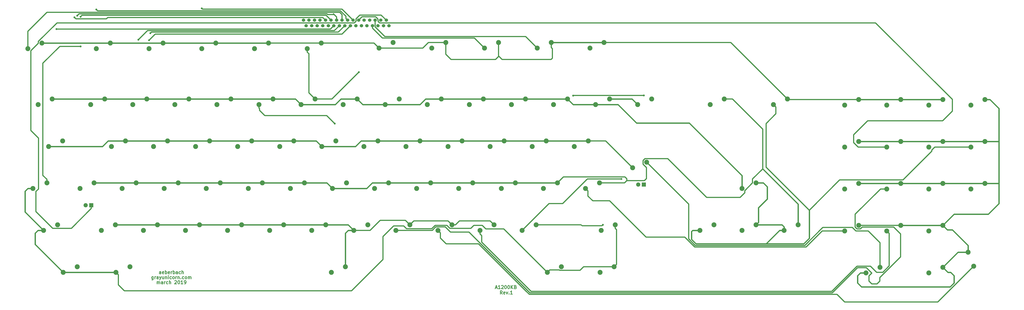
<source format=gbr>
G04 #@! TF.GenerationSoftware,KiCad,Pcbnew,(5.1.0-0)*
G04 #@! TF.CreationDate,2019-03-21T13:00:10+11:00*
G04 #@! TF.ProjectId,A1200KB,41313230-304b-4422-9e6b-696361645f70,rev?*
G04 #@! TF.SameCoordinates,Original*
G04 #@! TF.FileFunction,Copper,L1,Top*
G04 #@! TF.FilePolarity,Positive*
%FSLAX46Y46*%
G04 Gerber Fmt 4.6, Leading zero omitted, Abs format (unit mm)*
G04 Created by KiCad (PCBNEW (5.1.0-0)) date 2019-03-21 13:00:10*
%MOMM*%
%LPD*%
G04 APERTURE LIST*
%ADD10C,0.300000*%
%ADD11C,2.250000*%
%ADD12C,1.524000*%
%ADD13C,1.905000*%
%ADD14R,1.905000X1.905000*%
%ADD15C,0.900000*%
%ADD16C,0.600000*%
%ADD17C,0.500000*%
G04 APERTURE END LIST*
D10*
X241988571Y-146058571D02*
X241488571Y-145344285D01*
X241131428Y-146058571D02*
X241131428Y-144558571D01*
X241702857Y-144558571D01*
X241845714Y-144630000D01*
X241917142Y-144701428D01*
X241988571Y-144844285D01*
X241988571Y-145058571D01*
X241917142Y-145201428D01*
X241845714Y-145272857D01*
X241702857Y-145344285D01*
X241131428Y-145344285D01*
X243202857Y-145987142D02*
X243060000Y-146058571D01*
X242774285Y-146058571D01*
X242631428Y-145987142D01*
X242560000Y-145844285D01*
X242560000Y-145272857D01*
X242631428Y-145130000D01*
X242774285Y-145058571D01*
X243060000Y-145058571D01*
X243202857Y-145130000D01*
X243274285Y-145272857D01*
X243274285Y-145415714D01*
X242560000Y-145558571D01*
X243774285Y-145058571D02*
X244131428Y-146058571D01*
X244488571Y-145058571D01*
X245060000Y-145915714D02*
X245131428Y-145987142D01*
X245060000Y-146058571D01*
X244988571Y-145987142D01*
X245060000Y-145915714D01*
X245060000Y-146058571D01*
X246560000Y-146058571D02*
X245702857Y-146058571D01*
X246131428Y-146058571D02*
X246131428Y-144558571D01*
X245988571Y-144772857D01*
X245845714Y-144915714D01*
X245702857Y-144987142D01*
X238885714Y-143170000D02*
X239600000Y-143170000D01*
X238742857Y-143598571D02*
X239242857Y-142098571D01*
X239742857Y-143598571D01*
X241028571Y-143598571D02*
X240171428Y-143598571D01*
X240600000Y-143598571D02*
X240600000Y-142098571D01*
X240457142Y-142312857D01*
X240314285Y-142455714D01*
X240171428Y-142527142D01*
X241600000Y-142241428D02*
X241671428Y-142170000D01*
X241814285Y-142098571D01*
X242171428Y-142098571D01*
X242314285Y-142170000D01*
X242385714Y-142241428D01*
X242457142Y-142384285D01*
X242457142Y-142527142D01*
X242385714Y-142741428D01*
X241528571Y-143598571D01*
X242457142Y-143598571D01*
X243385714Y-142098571D02*
X243528571Y-142098571D01*
X243671428Y-142170000D01*
X243742857Y-142241428D01*
X243814285Y-142384285D01*
X243885714Y-142670000D01*
X243885714Y-143027142D01*
X243814285Y-143312857D01*
X243742857Y-143455714D01*
X243671428Y-143527142D01*
X243528571Y-143598571D01*
X243385714Y-143598571D01*
X243242857Y-143527142D01*
X243171428Y-143455714D01*
X243100000Y-143312857D01*
X243028571Y-143027142D01*
X243028571Y-142670000D01*
X243100000Y-142384285D01*
X243171428Y-142241428D01*
X243242857Y-142170000D01*
X243385714Y-142098571D01*
X244814285Y-142098571D02*
X244957142Y-142098571D01*
X245100000Y-142170000D01*
X245171428Y-142241428D01*
X245242857Y-142384285D01*
X245314285Y-142670000D01*
X245314285Y-143027142D01*
X245242857Y-143312857D01*
X245171428Y-143455714D01*
X245100000Y-143527142D01*
X244957142Y-143598571D01*
X244814285Y-143598571D01*
X244671428Y-143527142D01*
X244600000Y-143455714D01*
X244528571Y-143312857D01*
X244457142Y-143027142D01*
X244457142Y-142670000D01*
X244528571Y-142384285D01*
X244600000Y-142241428D01*
X244671428Y-142170000D01*
X244814285Y-142098571D01*
X245957142Y-143598571D02*
X245957142Y-142098571D01*
X246814285Y-143598571D02*
X246171428Y-142741428D01*
X246814285Y-142098571D02*
X245957142Y-142955714D01*
X247957142Y-142812857D02*
X248171428Y-142884285D01*
X248242857Y-142955714D01*
X248314285Y-143098571D01*
X248314285Y-143312857D01*
X248242857Y-143455714D01*
X248171428Y-143527142D01*
X248028571Y-143598571D01*
X247457142Y-143598571D01*
X247457142Y-142098571D01*
X247957142Y-142098571D01*
X248100000Y-142170000D01*
X248171428Y-142241428D01*
X248242857Y-142384285D01*
X248242857Y-142527142D01*
X248171428Y-142670000D01*
X248100000Y-142741428D01*
X247957142Y-142812857D01*
X247457142Y-142812857D01*
X85666285Y-141394571D02*
X85666285Y-140394571D01*
X85666285Y-140537428D02*
X85737714Y-140466000D01*
X85880571Y-140394571D01*
X86094857Y-140394571D01*
X86237714Y-140466000D01*
X86309142Y-140608857D01*
X86309142Y-141394571D01*
X86309142Y-140608857D02*
X86380571Y-140466000D01*
X86523428Y-140394571D01*
X86737714Y-140394571D01*
X86880571Y-140466000D01*
X86952000Y-140608857D01*
X86952000Y-141394571D01*
X88309142Y-141394571D02*
X88309142Y-140608857D01*
X88237714Y-140466000D01*
X88094857Y-140394571D01*
X87809142Y-140394571D01*
X87666285Y-140466000D01*
X88309142Y-141323142D02*
X88166285Y-141394571D01*
X87809142Y-141394571D01*
X87666285Y-141323142D01*
X87594857Y-141180285D01*
X87594857Y-141037428D01*
X87666285Y-140894571D01*
X87809142Y-140823142D01*
X88166285Y-140823142D01*
X88309142Y-140751714D01*
X89023428Y-141394571D02*
X89023428Y-140394571D01*
X89023428Y-140680285D02*
X89094857Y-140537428D01*
X89166285Y-140466000D01*
X89309142Y-140394571D01*
X89452000Y-140394571D01*
X90594857Y-141323142D02*
X90452000Y-141394571D01*
X90166285Y-141394571D01*
X90023428Y-141323142D01*
X89952000Y-141251714D01*
X89880571Y-141108857D01*
X89880571Y-140680285D01*
X89952000Y-140537428D01*
X90023428Y-140466000D01*
X90166285Y-140394571D01*
X90452000Y-140394571D01*
X90594857Y-140466000D01*
X91237714Y-141394571D02*
X91237714Y-139894571D01*
X91880571Y-141394571D02*
X91880571Y-140608857D01*
X91809142Y-140466000D01*
X91666285Y-140394571D01*
X91452000Y-140394571D01*
X91309142Y-140466000D01*
X91237714Y-140537428D01*
X93666285Y-140037428D02*
X93737714Y-139966000D01*
X93880571Y-139894571D01*
X94237714Y-139894571D01*
X94380571Y-139966000D01*
X94452000Y-140037428D01*
X94523428Y-140180285D01*
X94523428Y-140323142D01*
X94452000Y-140537428D01*
X93594857Y-141394571D01*
X94523428Y-141394571D01*
X95452000Y-139894571D02*
X95594857Y-139894571D01*
X95737714Y-139966000D01*
X95809142Y-140037428D01*
X95880571Y-140180285D01*
X95952000Y-140466000D01*
X95952000Y-140823142D01*
X95880571Y-141108857D01*
X95809142Y-141251714D01*
X95737714Y-141323142D01*
X95594857Y-141394571D01*
X95452000Y-141394571D01*
X95309142Y-141323142D01*
X95237714Y-141251714D01*
X95166285Y-141108857D01*
X95094857Y-140823142D01*
X95094857Y-140466000D01*
X95166285Y-140180285D01*
X95237714Y-140037428D01*
X95309142Y-139966000D01*
X95452000Y-139894571D01*
X97380571Y-141394571D02*
X96523428Y-141394571D01*
X96952000Y-141394571D02*
X96952000Y-139894571D01*
X96809142Y-140108857D01*
X96666285Y-140251714D01*
X96523428Y-140323142D01*
X98094857Y-141394571D02*
X98380571Y-141394571D01*
X98523428Y-141323142D01*
X98594857Y-141251714D01*
X98737714Y-141037428D01*
X98809142Y-140751714D01*
X98809142Y-140180285D01*
X98737714Y-140037428D01*
X98666285Y-139966000D01*
X98523428Y-139894571D01*
X98237714Y-139894571D01*
X98094857Y-139966000D01*
X98023428Y-140037428D01*
X97952000Y-140180285D01*
X97952000Y-140537428D01*
X98023428Y-140680285D01*
X98094857Y-140751714D01*
X98237714Y-140823142D01*
X98523428Y-140823142D01*
X98666285Y-140751714D01*
X98737714Y-140680285D01*
X98809142Y-140537428D01*
X83952000Y-138108571D02*
X83952000Y-139322857D01*
X83880571Y-139465714D01*
X83809142Y-139537142D01*
X83666285Y-139608571D01*
X83452000Y-139608571D01*
X83309142Y-139537142D01*
X83952000Y-139037142D02*
X83809142Y-139108571D01*
X83523428Y-139108571D01*
X83380571Y-139037142D01*
X83309142Y-138965714D01*
X83237714Y-138822857D01*
X83237714Y-138394285D01*
X83309142Y-138251428D01*
X83380571Y-138180000D01*
X83523428Y-138108571D01*
X83809142Y-138108571D01*
X83952000Y-138180000D01*
X84666285Y-139108571D02*
X84666285Y-138108571D01*
X84666285Y-138394285D02*
X84737714Y-138251428D01*
X84809142Y-138180000D01*
X84952000Y-138108571D01*
X85094857Y-138108571D01*
X86237714Y-139108571D02*
X86237714Y-138322857D01*
X86166285Y-138180000D01*
X86023428Y-138108571D01*
X85737714Y-138108571D01*
X85594857Y-138180000D01*
X86237714Y-139037142D02*
X86094857Y-139108571D01*
X85737714Y-139108571D01*
X85594857Y-139037142D01*
X85523428Y-138894285D01*
X85523428Y-138751428D01*
X85594857Y-138608571D01*
X85737714Y-138537142D01*
X86094857Y-138537142D01*
X86237714Y-138465714D01*
X86809142Y-138108571D02*
X87166285Y-139108571D01*
X87523428Y-138108571D02*
X87166285Y-139108571D01*
X87023428Y-139465714D01*
X86952000Y-139537142D01*
X86809142Y-139608571D01*
X88737714Y-138108571D02*
X88737714Y-139108571D01*
X88094857Y-138108571D02*
X88094857Y-138894285D01*
X88166285Y-139037142D01*
X88309142Y-139108571D01*
X88523428Y-139108571D01*
X88666285Y-139037142D01*
X88737714Y-138965714D01*
X89452000Y-138108571D02*
X89452000Y-139108571D01*
X89452000Y-138251428D02*
X89523428Y-138180000D01*
X89666285Y-138108571D01*
X89880571Y-138108571D01*
X90023428Y-138180000D01*
X90094857Y-138322857D01*
X90094857Y-139108571D01*
X90809142Y-139108571D02*
X90809142Y-138108571D01*
X90809142Y-137608571D02*
X90737714Y-137680000D01*
X90809142Y-137751428D01*
X90880571Y-137680000D01*
X90809142Y-137608571D01*
X90809142Y-137751428D01*
X92166285Y-139037142D02*
X92023428Y-139108571D01*
X91737714Y-139108571D01*
X91594857Y-139037142D01*
X91523428Y-138965714D01*
X91452000Y-138822857D01*
X91452000Y-138394285D01*
X91523428Y-138251428D01*
X91594857Y-138180000D01*
X91737714Y-138108571D01*
X92023428Y-138108571D01*
X92166285Y-138180000D01*
X93023428Y-139108571D02*
X92880571Y-139037142D01*
X92809142Y-138965714D01*
X92737714Y-138822857D01*
X92737714Y-138394285D01*
X92809142Y-138251428D01*
X92880571Y-138180000D01*
X93023428Y-138108571D01*
X93237714Y-138108571D01*
X93380571Y-138180000D01*
X93452000Y-138251428D01*
X93523428Y-138394285D01*
X93523428Y-138822857D01*
X93452000Y-138965714D01*
X93380571Y-139037142D01*
X93237714Y-139108571D01*
X93023428Y-139108571D01*
X94166285Y-139108571D02*
X94166285Y-138108571D01*
X94166285Y-138394285D02*
X94237714Y-138251428D01*
X94309142Y-138180000D01*
X94452000Y-138108571D01*
X94594857Y-138108571D01*
X95094857Y-138108571D02*
X95094857Y-139108571D01*
X95094857Y-138251428D02*
X95166285Y-138180000D01*
X95309142Y-138108571D01*
X95523428Y-138108571D01*
X95666285Y-138180000D01*
X95737714Y-138322857D01*
X95737714Y-139108571D01*
X96452000Y-138965714D02*
X96523428Y-139037142D01*
X96452000Y-139108571D01*
X96380571Y-139037142D01*
X96452000Y-138965714D01*
X96452000Y-139108571D01*
X97809142Y-139037142D02*
X97666285Y-139108571D01*
X97380571Y-139108571D01*
X97237714Y-139037142D01*
X97166285Y-138965714D01*
X97094857Y-138822857D01*
X97094857Y-138394285D01*
X97166285Y-138251428D01*
X97237714Y-138180000D01*
X97380571Y-138108571D01*
X97666285Y-138108571D01*
X97809142Y-138180000D01*
X98666285Y-139108571D02*
X98523428Y-139037142D01*
X98452000Y-138965714D01*
X98380571Y-138822857D01*
X98380571Y-138394285D01*
X98452000Y-138251428D01*
X98523428Y-138180000D01*
X98666285Y-138108571D01*
X98880571Y-138108571D01*
X99023428Y-138180000D01*
X99094857Y-138251428D01*
X99166285Y-138394285D01*
X99166285Y-138822857D01*
X99094857Y-138965714D01*
X99023428Y-139037142D01*
X98880571Y-139108571D01*
X98666285Y-139108571D01*
X99809142Y-139108571D02*
X99809142Y-138108571D01*
X99809142Y-138251428D02*
X99880571Y-138180000D01*
X100023428Y-138108571D01*
X100237714Y-138108571D01*
X100380571Y-138180000D01*
X100452000Y-138322857D01*
X100452000Y-139108571D01*
X100452000Y-138322857D02*
X100523428Y-138180000D01*
X100666285Y-138108571D01*
X100880571Y-138108571D01*
X101023428Y-138180000D01*
X101094857Y-138322857D01*
X101094857Y-139108571D01*
X87416285Y-136822571D02*
X87416285Y-136036857D01*
X87344857Y-135894000D01*
X87202000Y-135822571D01*
X86916285Y-135822571D01*
X86773428Y-135894000D01*
X87416285Y-136751142D02*
X87273428Y-136822571D01*
X86916285Y-136822571D01*
X86773428Y-136751142D01*
X86702000Y-136608285D01*
X86702000Y-136465428D01*
X86773428Y-136322571D01*
X86916285Y-136251142D01*
X87273428Y-136251142D01*
X87416285Y-136179714D01*
X88702000Y-136751142D02*
X88559142Y-136822571D01*
X88273428Y-136822571D01*
X88130571Y-136751142D01*
X88059142Y-136608285D01*
X88059142Y-136036857D01*
X88130571Y-135894000D01*
X88273428Y-135822571D01*
X88559142Y-135822571D01*
X88702000Y-135894000D01*
X88773428Y-136036857D01*
X88773428Y-136179714D01*
X88059142Y-136322571D01*
X89416285Y-136822571D02*
X89416285Y-135322571D01*
X89416285Y-135894000D02*
X89559142Y-135822571D01*
X89844857Y-135822571D01*
X89987714Y-135894000D01*
X90059142Y-135965428D01*
X90130571Y-136108285D01*
X90130571Y-136536857D01*
X90059142Y-136679714D01*
X89987714Y-136751142D01*
X89844857Y-136822571D01*
X89559142Y-136822571D01*
X89416285Y-136751142D01*
X91344857Y-136751142D02*
X91202000Y-136822571D01*
X90916285Y-136822571D01*
X90773428Y-136751142D01*
X90702000Y-136608285D01*
X90702000Y-136036857D01*
X90773428Y-135894000D01*
X90916285Y-135822571D01*
X91202000Y-135822571D01*
X91344857Y-135894000D01*
X91416285Y-136036857D01*
X91416285Y-136179714D01*
X90702000Y-136322571D01*
X92059142Y-136822571D02*
X92059142Y-135822571D01*
X92059142Y-136108285D02*
X92130571Y-135965428D01*
X92202000Y-135894000D01*
X92344857Y-135822571D01*
X92487714Y-135822571D01*
X92987714Y-136822571D02*
X92987714Y-135322571D01*
X92987714Y-135894000D02*
X93130571Y-135822571D01*
X93416285Y-135822571D01*
X93559142Y-135894000D01*
X93630571Y-135965428D01*
X93702000Y-136108285D01*
X93702000Y-136536857D01*
X93630571Y-136679714D01*
X93559142Y-136751142D01*
X93416285Y-136822571D01*
X93130571Y-136822571D01*
X92987714Y-136751142D01*
X94987714Y-136822571D02*
X94987714Y-136036857D01*
X94916285Y-135894000D01*
X94773428Y-135822571D01*
X94487714Y-135822571D01*
X94344857Y-135894000D01*
X94987714Y-136751142D02*
X94844857Y-136822571D01*
X94487714Y-136822571D01*
X94344857Y-136751142D01*
X94273428Y-136608285D01*
X94273428Y-136465428D01*
X94344857Y-136322571D01*
X94487714Y-136251142D01*
X94844857Y-136251142D01*
X94987714Y-136179714D01*
X96344857Y-136751142D02*
X96202000Y-136822571D01*
X95916285Y-136822571D01*
X95773428Y-136751142D01*
X95702000Y-136679714D01*
X95630571Y-136536857D01*
X95630571Y-136108285D01*
X95702000Y-135965428D01*
X95773428Y-135894000D01*
X95916285Y-135822571D01*
X96202000Y-135822571D01*
X96344857Y-135894000D01*
X96987714Y-136822571D02*
X96987714Y-135322571D01*
X97630571Y-136822571D02*
X97630571Y-136036857D01*
X97559142Y-135894000D01*
X97416285Y-135822571D01*
X97202000Y-135822571D01*
X97059142Y-135894000D01*
X96987714Y-135965428D01*
D11*
X364758000Y-59944000D03*
X371108000Y-57404000D03*
X403366000Y-76722000D03*
X397016000Y-79262000D03*
X268746000Y-133618000D03*
X262396000Y-136158000D03*
X422416000Y-114822000D03*
X416066000Y-117362000D03*
X150890000Y-59958000D03*
X157240000Y-57418000D03*
D12*
X151952000Y-21624000D03*
X153202000Y-24124000D03*
X154452000Y-21624000D03*
X155702000Y-24124000D03*
X156952000Y-21624000D03*
X158202000Y-24124000D03*
X159452000Y-21624000D03*
X160702000Y-24124000D03*
X161952000Y-21624000D03*
X163202000Y-24124000D03*
X164452000Y-21624000D03*
X165702000Y-24124000D03*
X166952000Y-21624000D03*
X168202000Y-24124000D03*
X169452000Y-21624000D03*
X170702000Y-24124000D03*
X171952000Y-21624000D03*
X173202000Y-24124000D03*
X174452000Y-21624000D03*
X175702000Y-24124000D03*
X176952000Y-21624000D03*
X178202000Y-24124000D03*
X179452000Y-21624000D03*
X180702000Y-24124000D03*
X181952000Y-21624000D03*
X183202000Y-24124000D03*
X184452000Y-21624000D03*
X185702000Y-24124000D03*
X186952000Y-21624000D03*
X188202000Y-24124000D03*
X189452000Y-21624000D03*
X190702000Y-24124000D03*
D11*
X27192000Y-34558000D03*
X33542000Y-32018000D03*
X58180000Y-34558000D03*
X64530000Y-32018000D03*
X82056000Y-34530000D03*
X88406000Y-31990000D03*
X112282000Y-32018000D03*
X105932000Y-34558000D03*
X129808000Y-34530000D03*
X136158000Y-31990000D03*
X160034000Y-31990000D03*
X153684000Y-34530000D03*
X186196000Y-34304000D03*
X192546000Y-31764000D03*
X216422000Y-31764000D03*
X210072000Y-34304000D03*
X233948000Y-34304000D03*
X240298000Y-31764000D03*
X264174000Y-31764000D03*
X257824000Y-34304000D03*
X281700000Y-34304000D03*
X288050000Y-31764000D03*
X38212000Y-57418000D03*
X31862000Y-59958000D03*
X55640000Y-59958000D03*
X61990000Y-57418000D03*
X81040000Y-57418000D03*
X74690000Y-59958000D03*
X93740000Y-59958000D03*
X100090000Y-57418000D03*
X112790000Y-59958000D03*
X119140000Y-57418000D03*
X138190000Y-57418000D03*
X131840000Y-59958000D03*
X176290000Y-57418000D03*
X169940000Y-59958000D03*
X188990000Y-59958000D03*
X195340000Y-57418000D03*
X214390000Y-57418000D03*
X208040000Y-59958000D03*
X227090000Y-59958000D03*
X233440000Y-57418000D03*
X252490000Y-57418000D03*
X246140000Y-59958000D03*
X265190000Y-59958000D03*
X271540000Y-57418000D03*
X290590000Y-57418000D03*
X284240000Y-59958000D03*
X303290000Y-59958000D03*
X309640000Y-57418000D03*
X336162000Y-59944000D03*
X342512000Y-57404000D03*
X397016000Y-60212000D03*
X403366000Y-57672000D03*
X422416000Y-57672000D03*
X416066000Y-60212000D03*
X435116000Y-60212000D03*
X441466000Y-57672000D03*
X460516000Y-57672000D03*
X454166000Y-60212000D03*
X36590000Y-79008000D03*
X42940000Y-76468000D03*
X71388000Y-76468000D03*
X65038000Y-79008000D03*
X84088000Y-79008000D03*
X90438000Y-76468000D03*
X109488000Y-76468000D03*
X103138000Y-79008000D03*
X128538000Y-76468000D03*
X122188000Y-79008000D03*
X141238000Y-79008000D03*
X147588000Y-76468000D03*
X166638000Y-76468000D03*
X160288000Y-79008000D03*
X179338000Y-79008000D03*
X185688000Y-76468000D03*
X204738000Y-76468000D03*
X198388000Y-79008000D03*
X217438000Y-79008000D03*
X223788000Y-76468000D03*
X242838000Y-76468000D03*
X236488000Y-79008000D03*
X255538000Y-79008000D03*
X261888000Y-76468000D03*
X280938000Y-76468000D03*
X274588000Y-79008000D03*
X307354000Y-86120000D03*
X301004000Y-88660000D03*
D13*
X303544000Y-96280000D03*
D14*
X306084000Y-96280000D03*
D11*
X422416000Y-76722000D03*
X416066000Y-79262000D03*
X441466000Y-76722000D03*
X435116000Y-79262000D03*
X460516000Y-76722000D03*
X454166000Y-79262000D03*
X35828000Y-95518000D03*
X29478000Y-98058000D03*
X57164000Y-95518000D03*
X50814000Y-98058000D03*
D13*
X53354000Y-105678000D03*
D14*
X55894000Y-105678000D03*
D11*
X76214000Y-95518000D03*
X69864000Y-98058000D03*
X88914000Y-98058000D03*
X95264000Y-95518000D03*
X107964000Y-98058000D03*
X114314000Y-95518000D03*
X133364000Y-95518000D03*
X127014000Y-98058000D03*
X146064000Y-98058000D03*
X152414000Y-95518000D03*
X171464000Y-95518000D03*
X165114000Y-98058000D03*
X184164000Y-98058000D03*
X190514000Y-95518000D03*
X209564000Y-95518000D03*
X203214000Y-98058000D03*
X222264000Y-98058000D03*
X228614000Y-95518000D03*
X247918000Y-95518000D03*
X241568000Y-98058000D03*
X260618000Y-98058000D03*
X266968000Y-95518000D03*
X279668000Y-98058000D03*
X286018000Y-95518000D03*
X350534000Y-98058000D03*
X356884000Y-95518000D03*
X397016000Y-98312000D03*
X403366000Y-95772000D03*
X416066000Y-98312000D03*
X422416000Y-95772000D03*
X435116000Y-98312000D03*
X441466000Y-95772000D03*
X460516000Y-95772000D03*
X454166000Y-98312000D03*
X34304000Y-117108000D03*
X40654000Y-114568000D03*
X66816000Y-114568000D03*
X60466000Y-117108000D03*
X79516000Y-117108000D03*
X85866000Y-114568000D03*
X98566000Y-117108000D03*
X104916000Y-114568000D03*
X123966000Y-114568000D03*
X117616000Y-117108000D03*
X136666000Y-117108000D03*
X143016000Y-114568000D03*
X162066000Y-114568000D03*
X155716000Y-117108000D03*
X174766000Y-117108000D03*
X181116000Y-114568000D03*
X200166000Y-114568000D03*
X193816000Y-117108000D03*
X238266000Y-114568000D03*
X231916000Y-117108000D03*
X212866000Y-117108000D03*
X219216000Y-114568000D03*
X250966000Y-117108000D03*
X257316000Y-114568000D03*
X286780000Y-117108000D03*
X293130000Y-114568000D03*
X337834000Y-114568000D03*
X331484000Y-117108000D03*
X356884000Y-114568000D03*
X350534000Y-117108000D03*
X369584000Y-117108000D03*
X375934000Y-114568000D03*
X403366000Y-114822000D03*
X397016000Y-117362000D03*
X441466000Y-114822000D03*
X435116000Y-117362000D03*
X452896000Y-127014000D03*
X455436000Y-133364000D03*
X49544000Y-133618000D03*
X43194000Y-136158000D03*
X67070000Y-136158000D03*
X73420000Y-133618000D03*
X164606000Y-136158000D03*
X170956000Y-133618000D03*
X286272000Y-136158000D03*
X292622000Y-133618000D03*
X406668000Y-136412000D03*
X413018000Y-133872000D03*
X435116000Y-136412000D03*
X441466000Y-133872000D03*
D15*
X58166000Y-16764000D03*
X82042000Y-30734000D03*
X105918000Y-16256000D03*
X166116000Y-68580000D03*
X177038000Y-45212000D03*
X295910000Y-93726000D03*
X274066000Y-55880000D03*
X306107001Y-55842999D03*
X82677000Y-27559000D03*
X51054000Y-33528000D03*
X51054000Y-20066000D03*
X287528000Y-114554000D03*
X40132000Y-25654000D03*
X49530000Y-19558000D03*
X77216000Y-30480000D03*
X48260000Y-20320000D03*
D16*
X403366000Y-57672000D02*
X422416000Y-57672000D01*
X441466000Y-57672000D02*
X422416000Y-57672000D01*
X33542000Y-32018000D02*
X64530000Y-32018000D01*
X88378000Y-32018000D02*
X88406000Y-31990000D01*
X64530000Y-32018000D02*
X88378000Y-32018000D01*
X112254000Y-31990000D02*
X112282000Y-32018000D01*
X88406000Y-31990000D02*
X112254000Y-31990000D01*
X136130000Y-32018000D02*
X136158000Y-31990000D01*
X112282000Y-32018000D02*
X136130000Y-32018000D01*
X286459010Y-31764000D02*
X264174000Y-31764000D01*
X288050000Y-31764000D02*
X286459010Y-31764000D01*
D17*
X136158000Y-31990000D02*
X160034000Y-31990000D01*
X183882000Y-31990000D02*
X186196000Y-34304000D01*
X160034000Y-31990000D02*
X183882000Y-31990000D01*
X186196000Y-34304000D02*
X205980000Y-34304000D01*
X208520000Y-31764000D02*
X216422000Y-31764000D01*
X205980000Y-34304000D02*
X208520000Y-31764000D01*
X264086099Y-39443901D02*
X241881901Y-39443901D01*
X240298000Y-37860000D02*
X240298000Y-31764000D01*
X264668000Y-34544000D02*
X264668000Y-38862000D01*
X264668000Y-38862000D02*
X264086099Y-39443901D01*
X241881901Y-39443901D02*
X240298000Y-37860000D01*
X264174000Y-34050000D02*
X264668000Y-34544000D01*
X264174000Y-31764000D02*
X264174000Y-34050000D01*
X240298000Y-37860000D02*
X240298000Y-38086000D01*
X240298000Y-38086000D02*
X238940099Y-39443901D01*
X238940099Y-39443901D02*
X218767901Y-39443901D01*
X216422000Y-37098000D02*
X216422000Y-31764000D01*
X218767901Y-39443901D02*
X216422000Y-37098000D01*
X371376000Y-57672000D02*
X371108000Y-57404000D01*
X403366000Y-57672000D02*
X371376000Y-57672000D01*
X345468000Y-31764000D02*
X371108000Y-57404000D01*
X288050000Y-31764000D02*
X345468000Y-31764000D01*
X169452000Y-20546370D02*
X169452000Y-21624000D01*
X169452000Y-19084000D02*
X169452000Y-20546370D01*
X27192000Y-34558000D02*
X27192000Y-26656000D01*
X168402000Y-18034000D02*
X169452000Y-19084000D01*
X35814000Y-18034000D02*
X168402000Y-18034000D01*
X27192000Y-26656000D02*
X35814000Y-18034000D01*
X171190001Y-19832039D02*
X168691953Y-17333990D01*
X171190001Y-20862001D02*
X171190001Y-19832039D01*
X171952000Y-21624000D02*
X171190001Y-20862001D01*
X168691953Y-17333990D02*
X58735990Y-17333990D01*
X58735990Y-17333990D02*
X58166000Y-16764000D01*
X58166000Y-16764000D02*
X58166000Y-16764000D01*
X173202000Y-24124000D02*
X169386000Y-27940000D01*
X169386000Y-27940000D02*
X102870000Y-27940000D01*
X102870000Y-27940000D02*
X84836000Y-27940000D01*
X84836000Y-27940000D02*
X82042000Y-30734000D01*
X82042000Y-30734000D02*
X82042000Y-30734000D01*
X168981908Y-16633982D02*
X168981906Y-16633980D01*
X169461982Y-16633982D02*
X168981908Y-16633982D01*
X174452000Y-21624000D02*
X169461982Y-16633982D01*
X168981906Y-16633980D02*
X106295980Y-16633980D01*
X106295980Y-16633980D02*
X105918000Y-16256000D01*
X105918000Y-16256000D02*
X105918000Y-16256000D01*
X134476927Y-64941901D02*
X132080000Y-62544974D01*
X162477901Y-64941901D02*
X134476927Y-64941901D01*
X166116000Y-68580000D02*
X162477901Y-64941901D01*
X131840000Y-61548990D02*
X131840000Y-59958000D01*
X132080000Y-61788990D02*
X131840000Y-61548990D01*
X132080000Y-62544974D02*
X132080000Y-61788990D01*
X153684000Y-36120990D02*
X154432000Y-36868990D01*
X153684000Y-34530000D02*
X153684000Y-36120990D01*
X154432000Y-54610000D02*
X157240000Y-57418000D01*
X154432000Y-36868990D02*
X154432000Y-54610000D01*
X403112000Y-79262000D02*
X416066000Y-79262000D01*
X401066000Y-73660000D02*
X401066000Y-77216000D01*
X441409002Y-67310000D02*
X407416000Y-67310000D01*
X411018999Y-22836001D02*
X445770000Y-57587002D01*
X185739999Y-22163999D02*
X186412001Y-22836001D01*
X186412001Y-22836001D02*
X411018999Y-22836001D01*
X176952000Y-21624000D02*
X178510000Y-20066000D01*
X185674000Y-21590000D02*
X185739999Y-21655999D01*
X184687762Y-20066000D02*
X185674000Y-21052238D01*
X445770000Y-62949002D02*
X441409002Y-67310000D01*
X407416000Y-67310000D02*
X401066000Y-73660000D01*
X178510000Y-20066000D02*
X184687762Y-20066000D01*
X445770000Y-57587002D02*
X445770000Y-62949002D01*
X185739999Y-21655999D02*
X185739999Y-22163999D01*
X401066000Y-77216000D02*
X403112000Y-79262000D01*
X185674000Y-21052238D02*
X185674000Y-21590000D01*
X157240000Y-57418000D02*
X164832000Y-57418000D01*
X164832000Y-57418000D02*
X171958000Y-50292000D01*
X171958000Y-50292000D02*
X177038000Y-45212000D01*
X177038000Y-45212000D02*
X177038000Y-45212000D01*
X417190999Y-118486999D02*
X416066000Y-117362000D01*
X417190999Y-133227001D02*
X417190999Y-118486999D01*
X411480000Y-136144000D02*
X414274000Y-136144000D01*
X402590000Y-133350000D02*
X408686000Y-133350000D01*
X414274000Y-136144000D02*
X417190999Y-133227001D01*
X408686000Y-133350000D02*
X411480000Y-136144000D01*
X255016000Y-144780000D02*
X391160000Y-144780000D01*
X232664000Y-122428000D02*
X255016000Y-144780000D01*
X232664000Y-119446990D02*
X232664000Y-122428000D01*
X391160000Y-144780000D02*
X402590000Y-133350000D01*
X231916000Y-118698990D02*
X232664000Y-119446990D01*
X231916000Y-117108000D02*
X231916000Y-118698990D01*
X280489002Y-93726000D02*
X295910000Y-93726000D01*
X250966000Y-117108000D02*
X263172000Y-104902000D01*
X269313002Y-104902000D02*
X280489002Y-93726000D01*
X263172000Y-104902000D02*
X269313002Y-104902000D01*
X183202000Y-25201630D02*
X187718370Y-29718000D01*
X183202000Y-24124000D02*
X183202000Y-25201630D01*
X229362000Y-29718000D02*
X233948000Y-34304000D01*
X187718370Y-29718000D02*
X229362000Y-29718000D01*
X274103001Y-55842999D02*
X274066000Y-55880000D01*
X306107001Y-55842999D02*
X274103001Y-55842999D01*
X397016000Y-117362000D02*
X390158000Y-117362000D01*
X390158000Y-117362000D02*
X390144000Y-117348000D01*
X390144000Y-117348000D02*
X386842000Y-117348000D01*
X329091381Y-124640017D02*
X324612000Y-120160636D01*
X379549982Y-124640018D02*
X329091381Y-124640017D01*
X386842000Y-117348000D02*
X379549982Y-124640018D01*
X307072364Y-120160636D02*
X290576000Y-103664272D01*
X324612000Y-120160636D02*
X307072364Y-120160636D01*
X256699001Y-33179001D02*
X257824000Y-34304000D01*
X252537990Y-29017990D02*
X256699001Y-33179001D01*
X188802228Y-29017990D02*
X252537990Y-29017990D01*
X184452000Y-24667762D02*
X188802228Y-29017990D01*
X184452000Y-21624000D02*
X184452000Y-24667762D01*
X280792999Y-99182999D02*
X279668000Y-98058000D01*
X282927298Y-103664272D02*
X280792999Y-101529973D01*
X280792999Y-101529973D02*
X280792999Y-99182999D01*
X290576000Y-103664272D02*
X282927298Y-103664272D01*
D16*
X300750000Y-57418000D02*
X303290000Y-59958000D01*
X290590000Y-57418000D02*
X300750000Y-57418000D01*
D17*
X413018000Y-125052998D02*
X413004000Y-125038998D01*
X413018000Y-133872000D02*
X413018000Y-125052998D01*
X413004000Y-125038998D02*
X413004000Y-122682000D01*
X413004000Y-122682000D02*
X407670000Y-117348000D01*
X329381335Y-123940009D02*
X326390000Y-120948674D01*
X378979990Y-123940010D02*
X329381335Y-123940009D01*
X387133001Y-115786999D02*
X378979990Y-123940010D01*
X326390000Y-105156000D02*
X307354000Y-86120000D01*
X326390000Y-120948674D02*
X326390000Y-105156000D01*
X407670000Y-117348000D02*
X402082000Y-117348000D01*
X400520999Y-115786999D02*
X387133001Y-115786999D01*
X402082000Y-117348000D02*
X400520999Y-115786999D01*
D16*
X369584000Y-115517010D02*
X368620990Y-114554000D01*
X369584000Y-117108000D02*
X369584000Y-115517010D01*
X368606990Y-114568000D02*
X356884000Y-114568000D01*
X368620990Y-114554000D02*
X368606990Y-114568000D01*
X369584000Y-117108000D02*
X367524000Y-117108000D01*
X367524000Y-117108000D02*
X361442000Y-123190000D01*
X361442000Y-123190000D02*
X329692000Y-123190000D01*
X329692000Y-123190000D02*
X327660000Y-121158000D01*
X327660000Y-121158000D02*
X327660000Y-117602000D01*
X328154000Y-117108000D02*
X331484000Y-117108000D01*
X327660000Y-117602000D02*
X328154000Y-117108000D01*
X358008999Y-113443001D02*
X358008999Y-106811001D01*
X356884000Y-114568000D02*
X358008999Y-113443001D01*
X358008999Y-106811001D02*
X361950000Y-102870000D01*
X361950000Y-102870000D02*
X361950000Y-97282000D01*
X361950000Y-97282000D02*
X360172000Y-95504000D01*
X360158000Y-95518000D02*
X356884000Y-95518000D01*
X360172000Y-95504000D02*
X360158000Y-95518000D01*
X378460000Y-123190000D02*
X361442000Y-123190000D01*
X361442000Y-88392000D02*
X381000000Y-107950000D01*
X381000000Y-120650000D02*
X378460000Y-123190000D01*
X381000000Y-107950000D02*
X381000000Y-120650000D01*
D17*
X394753001Y-94196999D02*
X381000000Y-107950000D01*
X436482099Y-81126903D02*
X423412003Y-94196999D01*
X423412003Y-94196999D02*
X394753001Y-94196999D01*
X436482099Y-80628927D02*
X436482099Y-81126903D01*
X437849026Y-79262000D02*
X436482099Y-80628927D01*
X454166000Y-79262000D02*
X437849026Y-79262000D01*
X361442000Y-88392000D02*
X361442000Y-68580000D01*
X365882999Y-61068999D02*
X364758000Y-59944000D01*
X365882999Y-64139001D02*
X365882999Y-61068999D01*
X361442000Y-68580000D02*
X365882999Y-64139001D01*
D16*
X27887010Y-98058000D02*
X27873010Y-98044000D01*
X29478000Y-98058000D02*
X27887010Y-98058000D01*
X27873010Y-98044000D02*
X27178000Y-98044000D01*
X27178000Y-98044000D02*
X25908000Y-99314000D01*
X25908000Y-108712000D02*
X34304000Y-117108000D01*
X25908000Y-99314000D02*
X25908000Y-108712000D01*
X32713010Y-117108000D02*
X32699010Y-117094000D01*
X34304000Y-117108000D02*
X32713010Y-117108000D01*
X32699010Y-117094000D02*
X31750000Y-117094000D01*
X31750000Y-117094000D02*
X30480000Y-118364000D01*
X30480000Y-123444000D02*
X43194000Y-136158000D01*
X30480000Y-118364000D02*
X30480000Y-123444000D01*
X43194000Y-136158000D02*
X67070000Y-136158000D01*
D17*
X262396000Y-136158000D02*
X263520999Y-135033001D01*
X278815998Y-133618000D02*
X291031010Y-133618000D01*
X277240997Y-135193001D02*
X278815998Y-133618000D01*
X267989999Y-135193001D02*
X277240997Y-135193001D01*
X291031010Y-133618000D02*
X292622000Y-133618000D01*
X267829999Y-135033001D02*
X267989999Y-135193001D01*
X263520999Y-135033001D02*
X267829999Y-135033001D01*
X293130000Y-116158990D02*
X293746999Y-116775989D01*
X293746999Y-132493001D02*
X292622000Y-133618000D01*
X293746999Y-116775989D02*
X293746999Y-132493001D01*
X293130000Y-114568000D02*
X293130000Y-116158990D01*
X234522955Y-116393990D02*
X232961954Y-114832989D01*
X242631990Y-116393990D02*
X234522955Y-116393990D01*
X262396000Y-136158000D02*
X242631990Y-116393990D01*
X232961954Y-114832989D02*
X231164989Y-114832989D01*
X231164989Y-114832989D02*
X230870046Y-114832989D01*
X229083011Y-114832989D02*
X231164989Y-114832989D01*
X187960000Y-130302000D02*
X187960000Y-119888000D01*
X187960000Y-119888000D02*
X192786000Y-115062000D01*
X173752901Y-144509099D02*
X187960000Y-130302000D01*
X70849099Y-144509099D02*
X173752901Y-144509099D01*
X68194999Y-137282999D02*
X68194999Y-141854999D01*
X68194999Y-141854999D02*
X70849099Y-144509099D01*
X67070000Y-136158000D02*
X68194999Y-137282999D01*
X197358000Y-115062000D02*
X198628000Y-116332000D01*
X192786000Y-115062000D02*
X197358000Y-115062000D01*
X210084038Y-116332000D02*
X211608038Y-114808000D01*
X198628000Y-116332000D02*
X210084038Y-116332000D01*
X215416989Y-114832989D02*
X216940989Y-114832989D01*
X215392000Y-114808000D02*
X215416989Y-114832989D01*
X211608038Y-114808000D02*
X215392000Y-114808000D01*
X227772999Y-116143001D02*
X229083011Y-114832989D01*
X218251001Y-116143001D02*
X227772999Y-116143001D01*
X216940989Y-114832989D02*
X218251001Y-116143001D01*
D16*
X350534000Y-98058000D02*
X350534000Y-92216000D01*
X350534000Y-92216000D02*
X326644000Y-68326000D01*
X326644000Y-68326000D02*
X302768000Y-68326000D01*
X294400000Y-59958000D02*
X284240000Y-59958000D01*
X302768000Y-68326000D02*
X294400000Y-59958000D01*
X274080000Y-59958000D02*
X271540000Y-57418000D01*
X284240000Y-59958000D02*
X274080000Y-59958000D01*
X271540000Y-57418000D02*
X252490000Y-57418000D01*
X252490000Y-57418000D02*
X233440000Y-57418000D01*
X233440000Y-57418000D02*
X214390000Y-57418000D01*
X208174998Y-57418000D02*
X208160998Y-57404000D01*
X214390000Y-57418000D02*
X208174998Y-57418000D01*
X208160998Y-57404000D02*
X207264000Y-57404000D01*
X204710000Y-59958000D02*
X188990000Y-59958000D01*
X207264000Y-57404000D02*
X204710000Y-59958000D01*
X178830000Y-59958000D02*
X176290000Y-57418000D01*
X188990000Y-59958000D02*
X178830000Y-59958000D01*
X176290000Y-57418000D02*
X168896000Y-57418000D01*
X166356000Y-59958000D02*
X150890000Y-59958000D01*
X168896000Y-57418000D02*
X166356000Y-59958000D01*
X148350000Y-57418000D02*
X138190000Y-57418000D01*
X150890000Y-59958000D02*
X148350000Y-57418000D01*
X138190000Y-57418000D02*
X119140000Y-57418000D01*
X117549010Y-57418000D02*
X100090000Y-57418000D01*
X119140000Y-57418000D02*
X117549010Y-57418000D01*
X100090000Y-57418000D02*
X81040000Y-57418000D01*
X79449010Y-57418000D02*
X61990000Y-57418000D01*
X81040000Y-57418000D02*
X79449010Y-57418000D01*
X61990000Y-57418000D02*
X38212000Y-57418000D01*
D17*
X83181980Y-27054020D02*
X82677000Y-27559000D01*
X167771980Y-27054020D02*
X83181980Y-27054020D01*
X170702000Y-24124000D02*
X167771980Y-27054020D01*
X401790999Y-115578001D02*
X401790999Y-109765001D01*
X402609999Y-116397001D02*
X401790999Y-115578001D01*
X404122001Y-116397001D02*
X402609999Y-116397001D01*
X404941001Y-115578001D02*
X404122001Y-116397001D01*
X419168975Y-115578001D02*
X404941001Y-115578001D01*
X422319901Y-118728927D02*
X419168975Y-115578001D01*
X422319901Y-129088062D02*
X422319901Y-118728927D01*
X412921901Y-138486062D02*
X422319901Y-129088062D01*
X411651073Y-141395901D02*
X412921901Y-140125073D01*
X409304927Y-141395901D02*
X411651073Y-141395901D01*
X408034099Y-137778927D02*
X408034099Y-140125073D01*
X408034099Y-140125073D02*
X409304927Y-141395901D01*
X406846838Y-134050010D02*
X409304927Y-136508099D01*
X409304927Y-136508099D02*
X408034099Y-137778927D01*
X402879952Y-134050010D02*
X406846838Y-134050010D01*
X391449953Y-145480010D02*
X402879952Y-134050010D01*
X254517008Y-145480010D02*
X391449953Y-145480010D01*
X412921901Y-140125073D02*
X412921901Y-138486062D01*
X413244000Y-98312000D02*
X416066000Y-98312000D01*
X401790999Y-109765001D02*
X413244000Y-98312000D01*
X242894998Y-133858000D02*
X243113499Y-134076501D01*
X243113499Y-134076501D02*
X254517008Y-145480010D01*
X210298000Y-117108000D02*
X193816000Y-117108000D01*
X211873001Y-115532999D02*
X210298000Y-117108000D01*
X218500974Y-117856000D02*
X216177973Y-115532999D01*
X226892998Y-117856000D02*
X218500974Y-117856000D01*
X216177973Y-115532999D02*
X211873001Y-115532999D01*
X243113499Y-134076501D02*
X226892998Y-117856000D01*
D16*
X280938000Y-76468000D02*
X261888000Y-76468000D01*
X261888000Y-76468000D02*
X242838000Y-76468000D01*
X242838000Y-76468000D02*
X223788000Y-76468000D01*
X223788000Y-76468000D02*
X204738000Y-76468000D01*
X204738000Y-76468000D02*
X185688000Y-76468000D01*
X185688000Y-76468000D02*
X178040000Y-76468000D01*
X175500000Y-79008000D02*
X160288000Y-79008000D01*
X178040000Y-76468000D02*
X175500000Y-79008000D01*
X157748000Y-76468000D02*
X147588000Y-76468000D01*
X160288000Y-79008000D02*
X157748000Y-76468000D01*
X147588000Y-76468000D02*
X128538000Y-76468000D01*
X128538000Y-76468000D02*
X109488000Y-76468000D01*
X109488000Y-76468000D02*
X90438000Y-76468000D01*
X90438000Y-76468000D02*
X71388000Y-76468000D01*
X71388000Y-76468000D02*
X63486000Y-76468000D01*
X60946000Y-79008000D02*
X36590000Y-79008000D01*
X63486000Y-76468000D02*
X60946000Y-79008000D01*
D17*
X288812000Y-76468000D02*
X301004000Y-88660000D01*
X280938000Y-76468000D02*
X288812000Y-76468000D01*
D16*
X57164000Y-95518000D02*
X76214000Y-95518000D01*
X76214000Y-95518000D02*
X95264000Y-95518000D01*
X95264000Y-95518000D02*
X114314000Y-95518000D01*
X114314000Y-95518000D02*
X133364000Y-95518000D01*
X133364000Y-95518000D02*
X152414000Y-95518000D01*
X162574000Y-95518000D02*
X165114000Y-98058000D01*
X152414000Y-95518000D02*
X162574000Y-95518000D01*
X165114000Y-98058000D02*
X180580000Y-98058000D01*
X183120000Y-95518000D02*
X190514000Y-95518000D01*
X180580000Y-98058000D02*
X183120000Y-95518000D01*
X190514000Y-95518000D02*
X209564000Y-95518000D01*
X209564000Y-95518000D02*
X228614000Y-95518000D01*
X228614000Y-95518000D02*
X247918000Y-95518000D01*
X247918000Y-95518000D02*
X266968000Y-95518000D01*
X375934000Y-105170000D02*
X375934000Y-114568000D01*
X359918000Y-89154000D02*
X375934000Y-105170000D01*
D17*
X297377002Y-95518000D02*
X286018000Y-95518000D01*
X306324000Y-94488000D02*
X298407002Y-94488000D01*
X307257901Y-93554099D02*
X306324000Y-94488000D01*
X306597999Y-84544999D02*
X305778999Y-85363999D01*
X305778999Y-85363999D02*
X305778999Y-87084999D01*
X316954999Y-84544999D02*
X306597999Y-84544999D01*
X305778999Y-87084999D02*
X307257901Y-88563901D01*
X351790000Y-99060000D02*
X351790000Y-100033002D01*
X334518000Y-102108000D02*
X316954999Y-84544999D01*
X349715002Y-102108000D02*
X334518000Y-102108000D01*
X298407002Y-94488000D02*
X297377002Y-95518000D01*
X307257901Y-88563901D02*
X307257901Y-93554099D01*
X355308999Y-95541001D02*
X351790000Y-99060000D01*
X355308999Y-93763001D02*
X355308999Y-95541001D01*
X351790000Y-100033002D02*
X349715002Y-102108000D01*
X359918000Y-89154000D02*
X355308999Y-93763001D01*
X298407002Y-94488000D02*
X298407002Y-93683002D01*
X269660001Y-92825999D02*
X268092999Y-94393001D01*
X297549999Y-92825999D02*
X269660001Y-92825999D01*
X268092999Y-94393001D02*
X266968000Y-95518000D01*
X298407002Y-93683002D02*
X297549999Y-92825999D01*
X346202000Y-57404000D02*
X342512000Y-57404000D01*
X359918000Y-71120000D02*
X346202000Y-57404000D01*
X359918000Y-89154000D02*
X359918000Y-71120000D01*
X33994999Y-92094009D02*
X33994999Y-41189001D01*
X35828000Y-93927010D02*
X33994999Y-92094009D01*
X35828000Y-95518000D02*
X35828000Y-93927010D01*
X33994999Y-41189001D02*
X41656000Y-33528000D01*
X41656000Y-33528000D02*
X41656000Y-33528000D01*
X41656000Y-33528000D02*
X50292000Y-33528000D01*
X50292000Y-33528000D02*
X51054000Y-33528000D01*
X51054000Y-33528000D02*
X51054000Y-33528000D01*
X51685980Y-19434020D02*
X51054000Y-20066000D01*
X162262020Y-19434020D02*
X51685980Y-19434020D01*
X164452000Y-21624000D02*
X162262020Y-19434020D01*
D16*
X172226000Y-114568000D02*
X162066000Y-114568000D01*
X174766000Y-117108000D02*
X172226000Y-114568000D01*
X162066000Y-114568000D02*
X143016000Y-114568000D01*
X143016000Y-114568000D02*
X123966000Y-114568000D01*
X123966000Y-114568000D02*
X104916000Y-114568000D01*
X104916000Y-114568000D02*
X85866000Y-114568000D01*
X85866000Y-114568000D02*
X66816000Y-114568000D01*
X174766000Y-117108000D02*
X172198000Y-117108000D01*
X170956000Y-118350000D02*
X170956000Y-133618000D01*
X172198000Y-117108000D02*
X170956000Y-118350000D01*
D17*
X174766000Y-117108000D02*
X182104000Y-117108000D01*
X182104000Y-117108000D02*
X186690000Y-112522000D01*
X198120000Y-112522000D02*
X200166000Y-114568000D01*
X186690000Y-112522000D02*
X198120000Y-112522000D01*
X201958000Y-112776000D02*
X201290999Y-113443001D01*
X217424000Y-112776000D02*
X201958000Y-112776000D01*
X201290999Y-113443001D02*
X200166000Y-114568000D01*
X219216000Y-114568000D02*
X217424000Y-112776000D01*
X220806990Y-114568000D02*
X222598990Y-112776000D01*
X219216000Y-114568000D02*
X220806990Y-114568000D01*
X236474000Y-112776000D02*
X238266000Y-114568000D01*
X222598990Y-112776000D02*
X236474000Y-112776000D01*
X287078001Y-115003999D02*
X287528000Y-114554000D01*
X278103227Y-115003999D02*
X287078001Y-115003999D01*
X277667228Y-114568000D02*
X278103227Y-115003999D01*
X257316000Y-114568000D02*
X277667228Y-114568000D01*
X165702000Y-24124000D02*
X164172000Y-25654000D01*
X164172000Y-25654000D02*
X71120000Y-25654000D01*
X71120000Y-25654000D02*
X55118000Y-25654000D01*
X55118000Y-25654000D02*
X40132000Y-25654000D01*
X40132000Y-25654000D02*
X40132000Y-25654000D01*
D16*
X422416000Y-114822000D02*
X441466000Y-114822000D01*
X441466000Y-114822000D02*
X443484000Y-116840000D01*
X443484000Y-116840000D02*
X445770000Y-116840000D01*
X452896000Y-123966000D02*
X452896000Y-127014000D01*
X445770000Y-116840000D02*
X452896000Y-123966000D01*
X448324000Y-127014000D02*
X441466000Y-133872000D01*
X452896000Y-127014000D02*
X448324000Y-127014000D01*
X422416000Y-95772000D02*
X424006990Y-95772000D01*
X422416000Y-95772000D02*
X441466000Y-95772000D01*
X443056990Y-95772000D02*
X460516000Y-95772000D01*
X441466000Y-95772000D02*
X443056990Y-95772000D01*
X403366000Y-95772000D02*
X422416000Y-95772000D01*
X403366000Y-76722000D02*
X422416000Y-76722000D01*
X422416000Y-76722000D02*
X441466000Y-76722000D01*
X441466000Y-76722000D02*
X460516000Y-76722000D01*
X441466000Y-114822000D02*
X446560000Y-109728000D01*
X446560000Y-109728000D02*
X462026000Y-109728000D01*
X462026000Y-109728000D02*
X466852000Y-104902000D01*
X462802000Y-57672000D02*
X460516000Y-57672000D01*
X466852000Y-61722000D02*
X462802000Y-57672000D01*
X460516000Y-76722000D02*
X466838000Y-76722000D01*
X466852000Y-76708000D02*
X466852000Y-61722000D01*
X466838000Y-76722000D02*
X466852000Y-76708000D01*
X466838000Y-95772000D02*
X466852000Y-95758000D01*
X460516000Y-95772000D02*
X466838000Y-95772000D01*
X466852000Y-95758000D02*
X466852000Y-76708000D01*
X466852000Y-104902000D02*
X466852000Y-95758000D01*
X443738000Y-136144000D02*
X441466000Y-133872000D01*
X404622000Y-142748000D02*
X444754000Y-142748000D01*
X402844000Y-140970000D02*
X404622000Y-142748000D01*
X404100000Y-136412000D02*
X402844000Y-137668000D01*
X402844000Y-137668000D02*
X402844000Y-140970000D01*
X406668000Y-136412000D02*
X404100000Y-136412000D01*
X443738000Y-136144000D02*
X445008000Y-136144000D01*
X445008000Y-136144000D02*
X446532000Y-137668000D01*
X446532000Y-140970000D02*
X444754000Y-142748000D01*
X446532000Y-137668000D02*
X446532000Y-140970000D01*
D17*
X403366000Y-114822000D02*
X422416000Y-114822000D01*
X166952000Y-21624000D02*
X166952000Y-20140000D01*
X49979999Y-19108001D02*
X49530000Y-19558000D01*
X50353990Y-18734010D02*
X49979999Y-19108001D01*
X162551973Y-18734010D02*
X50353990Y-18734010D01*
X162867963Y-19050000D02*
X162551973Y-18734010D01*
X166952000Y-20140000D02*
X165862000Y-19050000D01*
X165862000Y-19050000D02*
X162867963Y-19050000D01*
X165862000Y-19050000D02*
X165546010Y-18734010D01*
X168202000Y-24124000D02*
X165971990Y-26354010D01*
X165971990Y-26354010D02*
X81341990Y-26354010D01*
X81341990Y-26354010D02*
X77216000Y-30480000D01*
X77216000Y-30480000D02*
X77216000Y-30480000D01*
X175739999Y-21042239D02*
X177478238Y-19304000D01*
X175739999Y-22129763D02*
X175739999Y-21042239D01*
X175033761Y-22836001D02*
X175739999Y-22129763D01*
X40392997Y-22836001D02*
X175033761Y-22836001D01*
X31966999Y-32114003D02*
X31966999Y-31261999D01*
X187132000Y-19304000D02*
X189452000Y-21624000D01*
X55894000Y-105678000D02*
X55894000Y-107130500D01*
X28558099Y-35522903D02*
X31966999Y-32114003D01*
X31966999Y-31261999D02*
X40392997Y-22836001D01*
X30844099Y-108568099D02*
X30844099Y-99424927D01*
X32004000Y-75151728D02*
X28558099Y-71705827D01*
X46881499Y-116143001D02*
X38419001Y-116143001D01*
X28558099Y-71705827D02*
X28558099Y-35522903D01*
X30844099Y-99424927D02*
X32004000Y-98265026D01*
X32004000Y-98265026D02*
X32004000Y-75151728D01*
X38419001Y-116143001D02*
X30844099Y-108568099D01*
X177478238Y-19304000D02*
X187132000Y-19304000D01*
X55894000Y-107130500D02*
X46881499Y-116143001D01*
X160739999Y-20411999D02*
X63337999Y-20411999D01*
X161952000Y-21624000D02*
X160739999Y-20411999D01*
X48709999Y-20769999D02*
X48260000Y-20320000D01*
X48906001Y-20966001D02*
X48709999Y-20769999D01*
X62783997Y-20966001D02*
X48906001Y-20966001D01*
X63337999Y-20411999D02*
X62783997Y-20966001D01*
X213990999Y-118232999D02*
X212866000Y-117108000D01*
X213990999Y-120579973D02*
X213990999Y-118232999D01*
X216601026Y-123190000D02*
X213990999Y-120579973D01*
X252730000Y-144682964D02*
X231237036Y-123190000D01*
X254227055Y-146180020D02*
X252730000Y-144682964D01*
X393576020Y-146180020D02*
X254227055Y-146180020D01*
X397046901Y-149650901D02*
X393576020Y-146180020D01*
X231237036Y-123190000D02*
X216601026Y-123190000D01*
X439149099Y-149650901D02*
X397046901Y-149650901D01*
X455436000Y-133364000D02*
X439149099Y-149650901D01*
M02*

</source>
